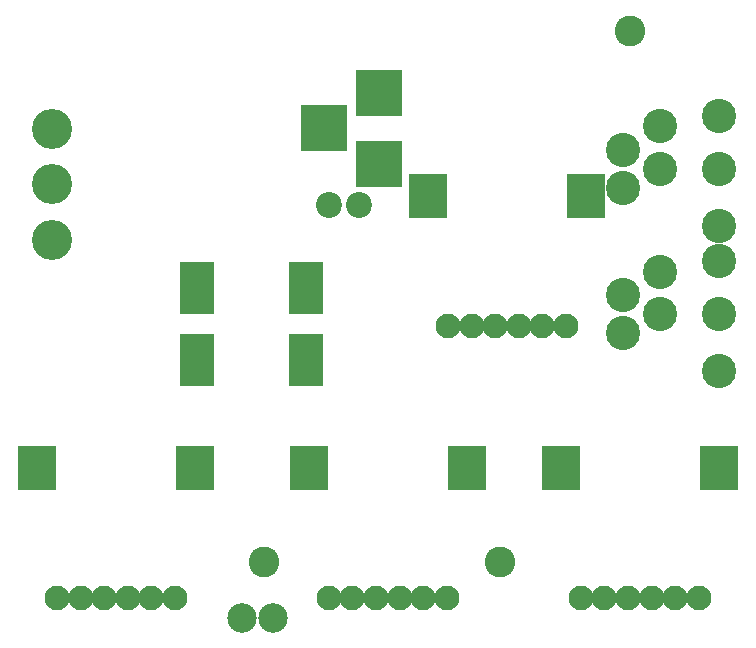
<source format=gbr>
G04 #@! TF.FileFunction,Soldermask,Top*
%FSLAX46Y46*%
G04 Gerber Fmt 4.6, Leading zero omitted, Abs format (unit mm)*
G04 Created by KiCad (PCBNEW 4.0.7) date 07/07/19 20:21:31*
%MOMM*%
%LPD*%
G01*
G04 APERTURE LIST*
%ADD10C,0.100000*%
%ADD11C,2.500000*%
%ADD12C,2.600000*%
%ADD13C,2.200000*%
%ADD14R,2.900000X4.400000*%
%ADD15R,3.900000X3.900000*%
%ADD16C,2.900000*%
%ADD17C,2.100000*%
%ADD18R,3.200000X3.800000*%
%ADD19C,3.400000*%
G04 APERTURE END LIST*
D10*
D11*
X110200000Y-152200000D03*
D12*
X109500000Y-147500000D03*
X129500000Y-147500000D03*
D13*
X117500000Y-117250000D03*
X114960000Y-117250000D03*
D14*
X113000000Y-124300000D03*
X113000000Y-130400000D03*
X103800000Y-130400000D03*
X103800000Y-124300000D03*
D15*
X119250000Y-113750000D03*
X119250000Y-107750000D03*
X114550000Y-110750000D03*
D16*
X148000000Y-131300000D03*
X148000000Y-126500000D03*
X148000000Y-122000000D03*
X143000000Y-122900000D03*
X139900000Y-124900000D03*
X139900000Y-128100000D03*
X143000000Y-126500000D03*
X148000000Y-119000000D03*
X148000000Y-114200000D03*
X148000000Y-109700000D03*
X143000000Y-110600000D03*
X139900000Y-112600000D03*
X139900000Y-115800000D03*
X143000000Y-114200000D03*
D17*
X131050000Y-127500000D03*
X133050000Y-127500000D03*
X135050000Y-127500000D03*
X129050000Y-127500000D03*
X127050000Y-127500000D03*
X125050000Y-127500000D03*
D18*
X136750000Y-116500000D03*
X123350000Y-116500000D03*
D19*
X91500000Y-120200000D03*
X91500000Y-115500000D03*
X91500000Y-110800000D03*
D12*
X140500000Y-102500000D03*
D11*
X107600000Y-152200000D03*
D17*
X97950000Y-150500000D03*
X99950000Y-150500000D03*
X101950000Y-150500000D03*
X95950000Y-150500000D03*
X93950000Y-150500000D03*
X91950000Y-150500000D03*
D18*
X103650000Y-139500000D03*
X90250000Y-139500000D03*
D17*
X120950000Y-150500000D03*
X122950000Y-150500000D03*
X124950000Y-150500000D03*
X118950000Y-150500000D03*
X116950000Y-150500000D03*
X114950000Y-150500000D03*
D18*
X126650000Y-139500000D03*
X113250000Y-139500000D03*
D17*
X142300000Y-150500000D03*
X144300000Y-150500000D03*
X146300000Y-150500000D03*
X140300000Y-150500000D03*
X138300000Y-150500000D03*
X136300000Y-150500000D03*
D18*
X148000000Y-139500000D03*
X134600000Y-139500000D03*
M02*

</source>
